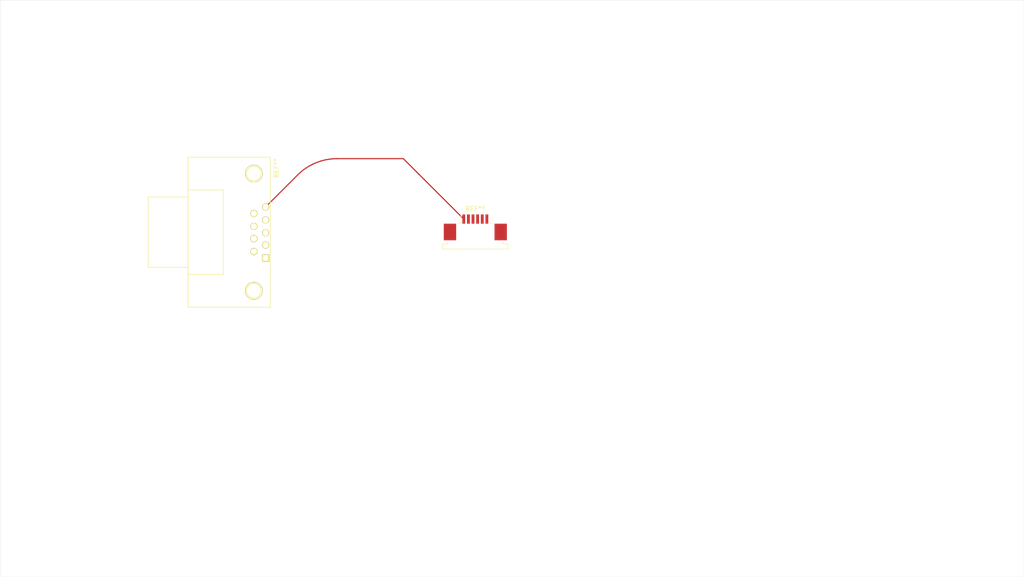
<source format=kicad_pcb>
(kicad_pcb (version 20200922) (generator pcbnew)

  (general
    (thickness 1.6)
  )

  (paper "A4")
  (layers
    (0 "F.Cu" signal)
    (31 "B.Cu" signal)
    (32 "B.Adhes" user "B.Adhesive")
    (33 "F.Adhes" user "F.Adhesive")
    (34 "B.Paste" user)
    (35 "F.Paste" user)
    (36 "B.SilkS" user "B.Silkscreen")
    (37 "F.SilkS" user "F.Silkscreen")
    (38 "B.Mask" user)
    (39 "F.Mask" user)
    (40 "Dwgs.User" user "User.Drawings")
    (41 "Cmts.User" user "User.Comments")
    (42 "Eco1.User" user "User.Eco1")
    (43 "Eco2.User" user "User.Eco2")
    (44 "Edge.Cuts" user)
    (45 "Margin" user)
    (46 "B.CrtYd" user "B.Courtyard")
    (47 "F.CrtYd" user "F.Courtyard")
    (48 "B.Fab" user)
    (49 "F.Fab" user)
  )

  (setup
    (stackup
      (layer "F.SilkS" (type "Top Silk Screen"))
      (layer "F.Paste" (type "Top Solder Paste"))
      (layer "F.Mask" (type "Top Solder Mask") (color "Green") (thickness 0.01))
      (layer "F.Cu" (type "copper") (thickness 0.035))
      (layer "dielectric 1" (type "core") (thickness 1.51) (material "FR4") (epsilon_r 4.5) (loss_tangent 0.02))
      (layer "B.Cu" (type "copper") (thickness 0.035))
      (layer "B.Mask" (type "Bottom Solder Mask") (color "Green") (thickness 0.01))
      (layer "B.Paste" (type "Bottom Solder Paste"))
      (layer "B.SilkS" (type "Bottom Silk Screen"))
      (copper_finish "None")
      (dielectric_constraints no)
    )
    (pcbplotparams
      (layerselection 0x00010fc_ffffffff)
      (usegerberextensions false)
      (usegerberattributes true)
      (usegerberadvancedattributes true)
      (creategerberjobfile true)
      (svguseinch false)
      (svgprecision 6)
      (excludeedgelayer true)
      (linewidth 0.100000)
      (plotframeref false)
      (viasonmask false)
      (mode 1)
      (useauxorigin false)
      (hpglpennumber 1)
      (hpglpenspeed 20)
      (hpglpendiameter 15.000000)
      (psnegative false)
      (psa4output false)
      (plotreference true)
      (plotvalue true)
      (plotinvisibletext false)
      (sketchpadsonfab false)
      (subtractmaskfromsilk false)
      (outputformat 1)
      (mirror false)
      (drillshape 1)
      (scaleselection 1)
      (outputdirectory "")
    )
  )


  (net 0 "")

  (module "Connector_FFC-FPC:TE_84952-6_1x06-1MP_P1.0mm_Horizontal" (layer "F.Cu") (tedit 5AEE14E3) (tstamp bf433579-d737-42d4-9700-69c970ce3cae)
    (at 143.9926 86.3092)
    (descr "TE FPC connector, 06 bottom-side contacts, 1.0mm pitch, 1.0mm height, SMT, http://www.te.com/commerce/DocumentDelivery/DDEController?Action=srchrtrv&DocNm=84952&DocType=Customer+Drawing&DocLang=English&DocFormat=pdf&PartCntxt=84952-4")
    (tags "te fpc 84952")
    (attr smd)
    (fp_text reference "REF**" (at 0 -4) (layer "F.SilkS")
      (effects (font (size 1 1) (thickness 0.15)))
      (tstamp 7cad0f46-add8-4b45-9b52-0bdb59bb3275)
    )
    (fp_text value "TE_84952-6_1x06-1MP_P1.0mm_Horizontal" (at 0 7.7) (layer "F.Fab")
      (effects (font (size 1 1) (thickness 0.15)))
      (tstamp f0e7c63b-0cf9-4fe3-8360-531c03e052b5)
    )
    (fp_text user "${REFERENCE}" (at 0 1.9) (layer "F.Fab")
      (effects (font (size 1 1) (thickness 0.15)))
      (tstamp cd89a24d-f923-44e4-a471-19f3cd1a6475)
    )
    (fp_line (start -6.045 3.6) (end -6.045 3.06) (layer "F.SilkS") (width 0.12) (tstamp 42aab349-77d2-4d7c-9429-eece5f75f0a2))
    (fp_line (start 7.07 4.71) (end -7.07 4.71) (layer "F.SilkS") (width 0.12) (tstamp 5ca72f3c-4697-460f-ae7d-8f78c82364e0))
    (fp_line (start -7.07 3.6) (end -6.045 3.6) (layer "F.SilkS") (width 0.12) (tstamp 6fcb09d2-7a23-4636-a9e3-11f76d911dfc))
    (fp_line (start 6.045 3.06) (end 6.045 3.6) (layer "F.SilkS") (width 0.12) (tstamp 82ddf359-e464-4cef-a24e-7b0612cfa981))
    (fp_line (start 3.065 -0.91) (end 3.89 -0.91) (layer "F.SilkS") (width 0.12) (tstamp c1b4c969-6837-439f-82e1-15f739aeaff7))
    (fp_line (start -3.065 -0.91) (end -3.065 -2.71) (layer "F.SilkS") (width 0.12) (tstamp c6c0184e-532b-4599-b4f7-290f4b39515e))
    (fp_line (start -7.07 4.71) (end -7.07 3.6) (layer "F.SilkS") (width 0.12) (tstamp d3d37a74-2d53-4299-bf13-edfe9ff65fc6))
    (fp_line (start 7.07 3.6) (end 7.07 4.71) (layer "F.SilkS") (width 0.12) (tstamp de6ae881-7ad2-4f56-99e4-59aa74a678b6))
    (fp_line (start 6.045 3.6) (end 7.07 3.6) (layer "F.SilkS") (width 0.12) (tstamp eee10001-821c-436e-9b97-5ab3b5e8af26))
    (fp_line (start -3.89 -0.91) (end -3.065 -0.91) (layer "F.SilkS") (width 0.12) (tstamp fd7175e9-daf3-4ecf-ba6e-26464c44bb9b))
    (fp_line (start -7.46 7) (end 7.46 7) (layer "F.CrtYd") (width 0.05) (tstamp 8f5f33ea-6b74-439d-948e-8f59ac0dea54))
    (fp_line (start 7.46 7) (end 7.46 -3.3) (layer "F.CrtYd") (width 0.05) (tstamp 9268c71b-f1f4-4a44-9eac-11f19489fb01))
    (fp_line (start 7.46 -3.3) (end -7.46 -3.3) (layer "F.CrtYd") (width 0.05) (tstamp fc07a22b-d4cc-460d-a83b-d248292b4ff4))
    (fp_line (start -7.46 -3.3) (end -7.46 7) (layer "F.CrtYd") (width 0.05) (tstamp fcf48aa7-d8c8-4b7a-b2d9-906c27fa3620))
    (fp_line (start -6.96 6.5) (end -6.96 5.61) (layer "F.Fab") (width 0.1) (tstamp 12aebd9b-b448-47b8-a7e9-f369d232f932))
    (fp_line (start 6.96 3.71) (end 6.96 4.6) (layer "F.Fab") (width 0.1) (tstamp 2202ce48-a5d1-48f3-8814-d6eec68d675c))
    (fp_line (start -5.935 3.71) (end -5.935 -0.8) (layer "F.Fab") (width 0.1) (tstamp 23d5338c-555b-461d-90a3-16c6dcd98595))
    (fp_line (start 5.935 -0.8) (end 5.935 3.71) (layer "F.Fab") (width 0.1) (tstamp 280b24a6-9e3a-4829-af8e-bd13713ba125))
    (fp_line (start -6.96 4.6) (end -6.96 3.71) (layer "F.Fab") (width 0.1) (tstamp 3f0e8b2f-1814-4d04-a8e7-d3041fed8543))
    (fp_line (start 5.935 3.71) (end 6.96 3.71) (layer "F.Fab") (width 0.1) (tstamp 47efe66f-3972-417f-94bc-5803b1bf8610))
    (fp_line (start -5.935 5.61) (end -5.935 4.6) (layer "F.Fab") (width 0.1) (tstamp 4a063908-988d-488f-88fd-903869135815))
    (fp_line (start -3 -0.8) (end -2.5 0.2) (layer "F.Fab") (width 0.1) (tstamp 5b4110c2-f0d8-4150-ba9c-1875af56bfdf))
    (fp_line (start 6.96 4.6) (end -6.96 4.6) (layer "F.Fab") (width 0.1) (tstamp 5de68d2a-109d-42ae-8a7e-ae2802dca510))
    (fp_line (start -2.5 0.2) (end -2 -0.8) (layer "F.Fab") (width 0.1) (tstamp 68d54d32-83ae-4461-9075-e61e383be77b))
    (fp_line (start -5.935 -0.8) (end 5.935 -0.8) (layer "F.Fab") (width 0.1) (tstamp 79fd7d46-2300-4801-9c2c-df69efa150a6))
    (fp_line (start -6.96 5.61) (end -5.935 5.61) (layer "F.Fab") (width 0.1) (tstamp 7b63f51f-c213-4254-843e-2156cde19965))
    (fp_line (start 5.935 5.61) (end 6.96 5.61) (layer "F.Fab") (width 0.1) (tstamp 7d5d9ee8-3238-44de-8ab8-54325e07980a))
    (fp_line (start 6.96 6.5) (end -6.96 6.5) (layer "F.Fab") (width 0.1) (tstamp 908adbc3-702d-4660-9c33-e3fecef451ac))
    (fp_line (start 6.96 5.61) (end 6.96 6.5) (layer "F.Fab") (width 0.1) (tstamp a14a1a9a-3146-4f26-9727-0b3c5e5fd352))
    (fp_line (start 5.935 4.6) (end 5.935 5.61) (layer "F.Fab") (width 0.1) (tstamp ddf56bab-bf4f-4397-9b3a-6134846ad447))
    (fp_line (start -6.96 3.71) (end -5.935 3.71) (layer "F.Fab") (width 0.1) (tstamp ff1a18f9-e859-4ac8-b539-6179fc920e0e))
    (pad "1" smd rect (at -2.5 -1.8) (size 0.61 2) (layers "F.Cu" "F.Paste" "F.Mask") (tstamp 49e3c8be-2f58-4f67-9925-2cbcaaaaf8ed))
    (pad "2" smd rect (at -1.5 -1.8) (size 0.61 2) (layers "F.Cu" "F.Paste" "F.Mask") (tstamp 565dc2cb-8bfa-48b4-a09f-88c53d9b00d3))
    (pad "3" smd rect (at -0.5 -1.8) (size 0.61 2) (layers "F.Cu" "F.Paste" "F.Mask") (tstamp 685b0ec8-7d62-40d7-ace0-53bcdc565fc4))
    (pad "4" smd rect (at 0.5 -1.8) (size 0.61 2) (layers "F.Cu" "F.Paste" "F.Mask") (tstamp 59824c6a-22fb-4fb3-a53f-3ba1ea7e78a6))
    (pad "5" smd rect (at 1.5 -1.8) (size 0.61 2) (layers "F.Cu" "F.Paste" "F.Mask") (tstamp 4d68fcd1-54bc-48fb-a894-937df05b4f69))
    (pad "6" smd rect (at 2.5 -1.8) (size 0.61 2) (layers "F.Cu" "F.Paste" "F.Mask") (tstamp 4d1c0c9f-fba8-44b5-9dd1-61a9adcec206))
    (pad "MP" smd rect (at 5.49 1) (size 2.68 3.6) (layers "F.Cu" "F.Paste" "F.Mask") (tstamp caa2b475-1e1b-461b-91a8-48da0e49ee49))
    (pad "MP" smd rect (at -5.49 1) (size 2.68 3.6) (layers "F.Cu" "F.Paste" "F.Mask") (tstamp dad5e1d2-7268-46ed-a0ff-1b691175eeb6))
    (model "${KISYS3DMOD}/Connector_FFC-FPC.3dshapes/TE_84952-6_1x06-1MP_P1.0mm_Horizontal.wrl"
      (offset (xyz 0 0 0))
      (scale (xyz 1 1 1))
      (rotate (xyz 0 0 0))
    )
  )

  (module "Wickerlib:DB9-FEMALE-C" (layer "F.Cu") (tedit 58156AB3) (tstamp caaafc3d-4899-421e-961d-f694076fe370)
    (at 97.3328 87.4776 90)
    (attr smd)
    (fp_text reference "REF**" (at 1.27 -10.16 90) (layer "F.Fab")
      (effects (font (size 2.032 2.032) (thickness 0.254)))
      (tstamp 30d79bab-4da0-4f83-8e23-904d723371c2)
    )
    (fp_text value "DB9-FEMALE-C" (at 1.27 -3.81 90) (layer "F.Fab") hide
      (effects (font (size 1 1) (thickness 0.15)))
      (tstamp 4eebd389-3adb-4121-a0cf-f593a4da879e)
    )
    (fp_text user "${REFERENCE}" (at 14 3.6 90) (layer "F.SilkS")
      (effects (font (size 1 1) (thickness 0.15)))
      (tstamp e52000b8-1e0f-438c-b540-cca813a885ae)
    )
    (fp_line (start -16.129 2.286) (end 16.383 2.286) (layer "F.SilkS") (width 0.15) (tstamp 1cec0118-ab4c-4c96-b0b0-0aa7a95f9553))
    (fp_line (start -7.493 -24.13) (end 7.747 -24.13) (layer "F.SilkS") (width 0.15) (tstamp 2eb93829-5ba2-472e-904a-739c24eff8dc))
    (fp_line (start 16.383 2.286) (end 16.383 -15.494) (layer "F.SilkS") (width 0.15) (tstamp 61cc2ab8-801b-4950-98d6-5aa0fe97624a))
    (fp_line (start 9.271 -7.874) (end 9.271 -15.494) (layer "F.SilkS") (width 0.15) (tstamp 7293de8e-0876-49ce-a98a-947e49f7e385))
    (fp_line (start -9.017 -7.874) (end 9.271 -7.874) (layer "F.SilkS") (width 0.15) (tstamp 744e029f-6d14-4a23-a8e3-aa3b90066cd8))
    (fp_line (start -9.017 -15.494) (end -9.017 -7.874) (layer "F.SilkS") (width 0.15) (tstamp 8ffb9227-a121-43e5-a1f9-a381dab1f9ac))
    (fp_line (start -16.129 -15.494) (end -16.129 2.286) (layer "F.SilkS") (width 0.15) (tstamp 90118407-27c8-4969-9034-3fdf2d9deee9))
    (fp_line (start 16.383 -15.494) (end -16.129 -15.494) (layer "F.SilkS") (width 0.15) (tstamp a02975dc-78d4-489d-8143-79164c2ad1fe))
    (fp_line (start 7.747 -24.13) (end 7.747 -15.494) (layer "F.SilkS") (width 0.15) (tstamp c247da1a-44e4-4de4-8ddf-9e208279a3bf))
    (fp_line (start -7.493 -15.494) (end -7.493 -24.13) (layer "F.SilkS") (width 0.15) (tstamp f658cf31-ee4c-4b7c-8fd9-6409718a4c49))
    (fp_line (start -16.2 -15.6) (end 16.4 -15.6) (layer "F.Fab") (width 0.0508) (tstamp 17314b8c-2e54-4590-af12-bc4dcbbb3993))
    (fp_line (start 16.4 -15.6) (end 16.4 2.4) (layer "F.Fab") (width 0.0508) (tstamp 384eac5a-d82e-41c4-aff5-ae92cd87930f))
    (fp_line (start -16.2 2.4) (end -16.2 -15.6) (layer "F.Fab") (width 0.0508) (tstamp 541daaf3-04ad-4596-82cd-1c5dac9f7350))
    (fp_line (start 16.4 2.4) (end -16.2 2.4) (layer "F.Fab") (width 0.0508) (tstamp bde6aaea-6822-4069-b89c-1a2a05ed0500))
    (pad "" thru_hole circle (at -12.573 -1.27 90) (size 3.81 3.81) (drill 3.048) (layers *.Cu *.Mask "F.SilkS") (tstamp 5e4b14db-163d-4c24-a3f8-d0baac556780))
    (pad "" thru_hole circle (at 12.827 -1.27 90) (size 3.81 3.81) (drill 3.048) (layers *.Cu *.Mask "F.SilkS") (tstamp 67b34926-6fb4-4273-acdd-6530a8359650))
    (pad "1" thru_hole rect (at -5.461 1.27 90) (size 1.524 1.524) (drill 1.016) (layers *.Cu *.Mask "F.SilkS") (tstamp dbb99e31-b3b4-4626-8b7b-1ba3d67cf8ec))
    (pad "2" thru_hole circle (at -2.667 1.27 90) (size 1.524 1.524) (drill 1.016) (layers *.Cu *.Mask "F.SilkS") (tstamp 04179913-b08b-4a7b-9ba0-eab483f837f6))
    (pad "3" thru_hole circle (at 0 1.27 90) (size 1.524 1.524) (drill 1.016) (layers *.Cu *.Mask "F.SilkS") (tstamp 59d86056-937c-4d08-b9d9-4ef53ee34c4b))
    (pad "4" thru_hole circle (at 2.794 1.27 90) (size 1.524 1.524) (drill 1.016) (layers *.Cu *.Mask "F.SilkS") (tstamp 8ada2663-8fa9-4406-b9dd-8ed40b22e248))
    (pad "5" thru_hole circle (at 5.588 1.27 90) (size 1.524 1.524) (drill 1.016) (layers *.Cu *.Mask "F.SilkS") (tstamp a79e28d1-643d-4db7-b79b-f53f693a2afb))
    (pad "6" thru_hole circle (at -4.064 -1.27 90) (size 1.524 1.524) (drill 1.016) (layers *.Cu *.Mask "F.SilkS") (tstamp 01901289-266e-4b42-a060-15b7c611838a))
    (pad "7" thru_hole circle (at -1.27 -1.27 90) (size 1.524 1.524) (drill 1.016) (layers *.Cu *.Mask "F.SilkS") (tstamp 51ef7c30-4178-4707-8240-6f1401802bb6))
    (pad "8" thru_hole circle (at 1.397 -1.27 90) (size 1.524 1.524) (drill 1.016) (layers *.Cu *.Mask "F.SilkS") (tstamp 10977c89-d446-4b6d-98a3-7b9db0076999))
    (pad "9" thru_hole circle (at 4.191 -1.27 90) (size 1.524 1.524) (drill 1.016) (layers *.Cu *.Mask "F.SilkS") (tstamp 343d8465-2572-4855-af90-1c4a820abc05))
  )

  (gr_rect (start 41.148 37.084) (end 262.7376 162.0012) (layer "Edge.Cuts") (width 0.05) (tstamp 4a7823d1-72f0-47a5-9e65-a738187f858c))

  (segment (start 112.296406 71.55545) (end 112.884428 71.482924) (width 0.25) (layer "F.Cu") (net 0) (tstamp 2f07e08c-a2e3-45ca-8b3a-15dd0526de51))
  (segment (start 112.884428 71.482924) (end 113.4753 71.439339) (width 0.25) (layer "F.Cu") (net 0) (tstamp 2f76e31b-31cd-4e26-93ca-e45fce6bd333))
  (segment (start 131.6848 74.7014) (end 131.9205 74.9371) (width 0.25) (layer "F.Cu") (net 0) (tstamp 42e657b8-5711-42f5-a4c1-0e0a552528c0))
  (segment (start 107.361273 73.45914) (end 107.86183 73.142166) (width 0.25) (layer "F.Cu") (net 0) (tstamp 439d056b-76a9-4ab5-9c34-f885500c5e77))
  (segment (start 105.961166 74.551795) (end 106.409795 74.164805) (width 0.25) (layer "F.Cu") (net 0) (tstamp 459b1bd1-f3f6-4de1-93fa-117839f1c3c8))
  (segment (start 132.777 75.7936) (end 132.9111 75.9277) (width 0.25) (layer "F.Cu") (net 0) (tstamp 583a9e71-74b9-4eb6-b5b8-25a54397d86c))
  (segment (start 108.377337 72.850135) (end 108.906553 72.58375) (width 0.25) (layer "F.Cu") (net 0) (tstamp 5a90b197-fdec-451a-b9ad-5847c5977d3b))
  (segment (start 111.712651 71.656741) (end 112.296406 71.55545) (width 0.25) (layer "F.Cu") (net 0) (tstamp 5abc296c-408a-4c66-8d3a-f52c27be2167))
  (segment (start 105.532066 74.960333) (end 105.961166 74.551795) (width 0.25) (layer "F.Cu") (net 0) (tstamp 745c925a-0208-482c-87b8-6afe17168bd0))
  (segment (start 108.906553 72.58375) (end 109.448202 72.343654) (width 0.25) (layer "F.Cu") (net 0) (tstamp 7541aaf5-677b-461b-bad6-9ca87e8540d5))
  (segment (start 131.9205 74.9371) (end 132.9111 75.9277) (width 0.25) (layer "F.Cu") (net 0) (tstamp 77c51353-9169-418f-8f1b-df1af804f10e))
  (segment (start 105.532066 74.960333) (end 98.6028 81.8896) (width 0.25) (layer "F.Cu") (net 0) (tstamp a771c4b3-0c4a-4d21-8ca3-64f8f29c8c1f))
  (segment (start 106.409795 74.164805) (end 106.876873 73.800294) (width 0.25) (layer "F.Cu") (net 0) (tstamp ac9d9127-2a85-4c14-972e-edcef483484e))
  (segment (start 113.4753 71.439339) (end 114.0676 71.4248) (width 0.25) (layer "F.Cu") (net 0) (tstamp aec807b7-d2b8-400f-95a4-33275c0dcf17))
  (segment (start 111.134569 71.786554) (end 111.712651 71.656741) (width 0.25) (layer "F.Cu") (net 0) (tstamp b24c5402-d167-43a9-a9ee-d362f98919e6))
  (segment (start 109.448202 72.343654) (end 110.000979 72.130424) (width 0.25) (layer "F.Cu") (net 0) (tstamp b7ed85cc-d932-4d9a-9fbe-eac927f1bdb2))
  (segment (start 107.86183 73.142166) (end 108.377337 72.850135) (width 0.25) (layer "F.Cu") (net 0) (tstamp baeb848c-88fa-41d5-b688-351ea89df3a7))
  (segment (start 110.000979 72.130424) (end 110.563553 71.944575) (width 0.25) (layer "F.Cu") (net 0) (tstamp c9ac6cb1-8462-419b-884a-b99c4c25b55a))
  (segment (start 114.0676 71.4248) (end 128.4082 71.4248) (width 0.25) (layer "F.Cu") (net 0) (tstamp cee6fcc7-eb44-40b4-a7a2-c81a1d20700f))
  (segment (start 128.4082 71.4248) (end 131.9205 74.9371) (width 0.25) (layer "F.Cu") (net 0) (tstamp d26989ca-75d3-43fb-aa04-e5374438cd02))
  (segment (start 106.876873 73.800294) (end 107.361273 73.45914) (width 0.25) (layer "F.Cu") (net 0) (tstamp defaf669-e05c-4776-b7f2-9e7d15167e45))
  (segment (start 132.9111 75.9277) (end 141.4926 84.5092) (width 0.25) (layer "F.Cu") (net 0) (tstamp df75a15c-0815-4137-928f-136d1d59c1a8))
  (segment (start 110.563553 71.944575) (end 111.134569 71.786554) (width 0.25) (layer "F.Cu") (net 0) (tstamp febef681-87e3-4e7d-8b10-fb2da576ee3c))

)

</source>
